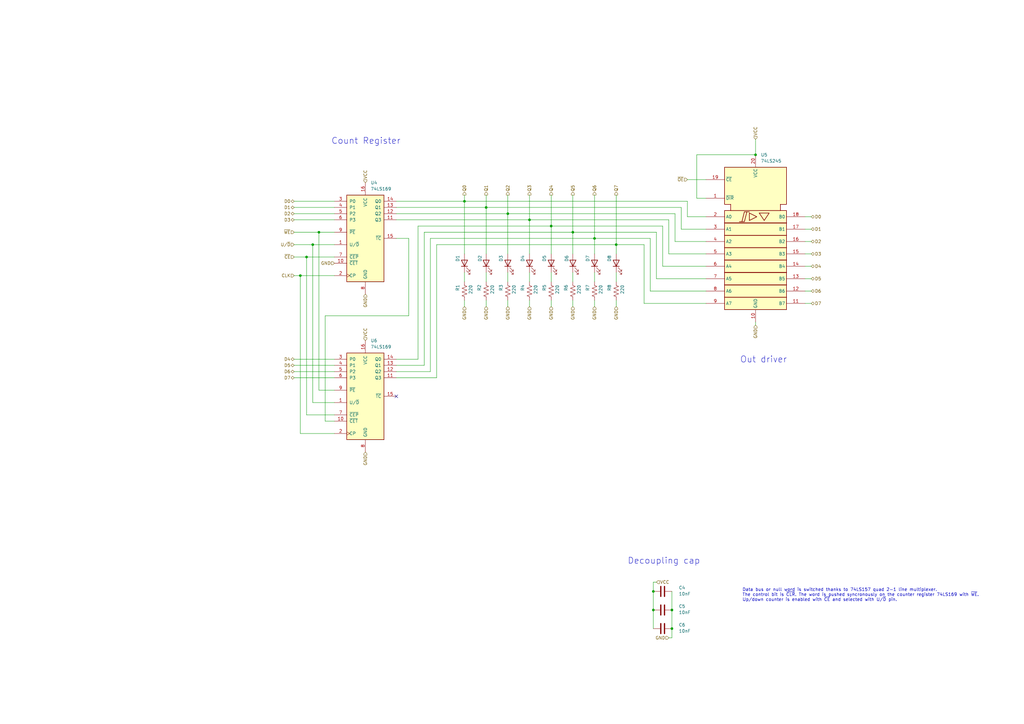
<source format=kicad_sch>
(kicad_sch (version 20250114) (generator "eeschema") (generator_version "9.0")
  (paper "A3")
  (title_block (title "Count Register") (date "2025-12-08") (rev "1.1") (company "Marco Vettigli"))
  (lib_symbols
    (symbol "74xx:74LS169" (pin_names (offset 1.016))
      (property "Reference" "U" (at -7.62 19.05 0))
      (property "Value" "74LS169" (at -7.62 -19.05 0))
      (symbol "74LS169_1_0"
        (pin input line (at -12.7 15.24 0) (length 5.08) (name "P0") (number "3"))
        (pin input line (at -12.7 12.7 0) (length 5.08) (name "P1") (number "4"))
        (pin input line (at -12.7 10.16 0) (length 5.08) (name "P2") (number "5"))
        (pin input line (at -12.7 7.62 0) (length 5.08) (name "P3") (number "6"))
        (pin input line (at -12.7 2.54 0) (length 5.08) (name "~{PE}") (number "9"))
        (pin input line (at -12.7 -2.54 0) (length 5.08) (name "U/~{D}") (number "1"))
        (pin input line (at -12.7 -7.62 0) (length 5.08) (name "~{CEP}") (number "7"))
        (pin input line (at -12.7 -10.16 0) (length 5.08) (name "~{CET}") (number "10"))
        (pin input clock (at -12.7 -15.24 0) (length 5.08) (name "CP") (number "2"))
        (pin power_in line (at 0 22.86 270) (length 5.08) (name "VCC") (number "16"))
        (pin power_in line (at 0 -22.86 90) (length 5.08) (name "GND") (number "8"))
        (pin output line (at 12.7 15.24 180) (length 5.08) (name "Q0") (number "14"))
        (pin output line (at 12.7 12.7 180) (length 5.08) (name "Q1") (number "13"))
        (pin output line (at 12.7 10.16 180) (length 5.08) (name "Q2") (number "12"))
        (pin output line (at 12.7 7.62 180) (length 5.08) (name "Q3") (number "11"))
        (pin output line (at 12.7 0 180) (length 5.08) (name "~{TC}") (number "15"))
      )
      (symbol "74LS169_1_1"
        (rectangle (start -7.62 17.78) (end 7.62 -17.78) (stroke (width 0.254)) (fill (type background)))
      )
    )
    (symbol "74xx_IEEE:74LS245"
      (property "Reference" "U" (at 15.24 25.4 0))
      (property "Value" "74LS245" (at 5.08 -30.48 0))
      (symbol "74LS245_0_0"
        (polyline (pts (xy -6.604 10.668) (xy -4.572 10.668) (xy -3.556 14.732) (xy -2.54 14.732) (xy -4.572 14.732) (xy -5.588 10.668) (xy -5.588 10.668)) (stroke (width 0.254)) (fill (type background)))
        (polyline (pts (xy -2.54 14.224) (xy -2.54 11.176) (xy 0.508 12.7) (xy -2.54 14.224) (xy -2.54 14.224)) (stroke (width 0.254)) (fill (type background)))
        (polyline (pts (xy 1.524 14.224) (xy 5.588 14.224) (xy 3.556 11.176) (xy 1.524 14.224) (xy 1.524 14.224)) (stroke (width 0.254)) (fill (type background)))
        (pin power_in line (at 0 38.1 270) (length 5.08) (name "VCC") (number "20"))
        (pin power_in line (at 0 -30.48 90) (length 5.08) (name "GND") (number "10"))
      )
      (symbol "74LS245_0_1"
        (rectangle (start -12.7 15.24) (end 12.7 10.16) (stroke (width 0.254)) (fill (type background)))
        (rectangle (start -12.7 10.16) (end 12.7 5.08) (stroke (width 0.254)) (fill (type background)))
        (rectangle (start -12.7 5.08) (end 12.7 0) (stroke (width 0.254)) (fill (type background)))
        (rectangle (start -12.7 0) (end 12.7 -5.08) (stroke (width 0.254)) (fill (type background)))
        (rectangle (start -12.7 -5.08) (end 12.7 -10.16) (stroke (width 0.254)) (fill (type background)))
        (rectangle (start -12.7 -10.16) (end 12.7 -15.24) (stroke (width 0.254)) (fill (type background)))
        (rectangle (start -12.7 -15.24) (end 12.7 -20.32) (stroke (width 0.254)) (fill (type background)))
        (rectangle (start -12.7 -20.32) (end 12.7 -25.4) (stroke (width 0.254)) (fill (type background)))
        (polyline (pts (xy -10.16 15.24) (xy -10.16 17.78) (xy -12.7 17.78) (xy -12.7 33.02) (xy 12.7 33.02) (xy 12.7 17.78) (xy 10.16 17.78) (xy 10.16 15.24) (xy 10.16 15.24)) (stroke (width 0.254)) (fill (type background)))
      )
      (symbol "74LS245_1_1"
        (pin input line (at -20.32 27.94 0) (length 7.62) (name "~{CE}") (number "19"))
        (pin input line (at -20.32 20.32 0) (length 7.62) (name "~{DIR}") (number "1"))
        (pin tri_state line (at -20.32 12.7 0) (length 7.62) (name "A0") (number "2"))
        (pin tri_state line (at -20.32 7.62 0) (length 7.62) (name "A1") (number "3"))
        (pin tri_state line (at -20.32 2.54 0) (length 7.62) (name "A2") (number "4"))
        (pin tri_state line (at -20.32 -2.54 0) (length 7.62) (name "A3") (number "5"))
        (pin tri_state line (at -20.32 -7.62 0) (length 7.62) (name "A4") (number "6"))
        (pin tri_state line (at -20.32 -12.7 0) (length 7.62) (name "A5") (number "7"))
        (pin tri_state line (at -20.32 -17.78 0) (length 7.62) (name "A6") (number "8"))
        (pin tri_state line (at -20.32 -22.86 0) (length 7.62) (name "A7") (number "9"))
        (pin tri_state line (at 20.32 12.7 180) (length 7.62) (name "B0") (number "18"))
        (pin tri_state line (at 20.32 7.62 180) (length 7.62) (name "B1") (number "17"))
        (pin tri_state line (at 20.32 2.54 180) (length 7.62) (name "B2") (number "16"))
        (pin tri_state line (at 20.32 -2.54 180) (length 7.62) (name "B3") (number "15"))
        (pin tri_state line (at 20.32 -7.62 180) (length 7.62) (name "B4") (number "14"))
        (pin tri_state line (at 20.32 -12.7 180) (length 7.62) (name "B5") (number "13"))
        (pin tri_state line (at 20.32 -17.78 180) (length 7.62) (name "B6") (number "12"))
        (pin tri_state line (at 20.32 -22.86 180) (length 7.62) (name "B7") (number "11"))
      )
    )
    (symbol "Device:C" (pin_numbers (hide yes)) (pin_names (offset 0.254))
      (property "Reference" "C" (at 0.635 2.54 0))
      (property "Value" "C" (at 0.635 -2.54 0))
      (symbol "C_0_1"
        (polyline (pts (xy -2.032 0.762) (xy 2.032 0.762)) (stroke (width 0.508)))
        (polyline (pts (xy -2.032 -0.762) (xy 2.032 -0.762)) (stroke (width 0.508)))
      )
      (symbol "C_1_1"
        (pin passive line (at 0 3.81 270) (length 2.794) (name "~") (number "1"))
        (pin passive line (at 0 -3.81 90) (length 2.794) (name "~") (number "2"))
      )
    )
    (symbol "Device:LED" (pin_numbers (hide yes)) (pin_names (offset 1.016) (hide yes))
      (property "Reference" "D" (at 0 2.54 0))
      (property "Value" "LED" (at 0 -2.54 0))
      (symbol "LED_0_1"
        (polyline (pts (xy -3.048 -0.762) (xy -4.572 -2.286) (xy -3.81 -2.286) (xy -4.572 -2.286) (xy -4.572 -1.524)))
        (polyline (pts (xy -1.778 -0.762) (xy -3.302 -2.286) (xy -2.54 -2.286) (xy -3.302 -2.286) (xy -3.302 -1.524)))
        (polyline (pts (xy -1.27 0) (xy 1.27 0)))
        (polyline (pts (xy -1.27 -1.27) (xy -1.27 1.27)) (stroke (width 0.254)))
        (polyline (pts (xy 1.27 -1.27) (xy 1.27 1.27) (xy -1.27 0) (xy 1.27 -1.27)) (stroke (width 0.254)))
      )
      (symbol "LED_1_1"
        (pin passive line (at -3.81 0 0) (length 2.54) (name "K") (number "1"))
        (pin passive line (at 3.81 0 180) (length 2.54) (name "A") (number "2"))
      )
    )
    (symbol "Device:R_US" (pin_numbers (hide yes)) (pin_names (offset 0))
      (property "Reference" "R" (at 2.54 0 90))
      (property "Value" "R_US" (at -2.54 0 90))
      (symbol "R_US_0_1"
        (polyline (pts (xy 0 2.286) (xy 0 2.54)))
        (polyline (pts (xy 0 2.286) (xy 1.016 1.905) (xy 0 1.524) (xy -1.016 1.143) (xy 0 0.762)))
        (polyline (pts (xy 0 0.762) (xy 1.016 0.381) (xy 0 0) (xy -1.016 -0.381) (xy 0 -0.762)))
        (polyline (pts (xy 0 -0.762) (xy 1.016 -1.143) (xy 0 -1.524) (xy -1.016 -1.905) (xy 0 -2.286)))
        (polyline (pts (xy 0 -2.286) (xy 0 -2.54)))
      )
      (symbol "R_US_1_1"
        (pin passive line (at 0 3.81 270) (length 1.27) (name "~") (number "1"))
        (pin passive line (at 0 -3.81 90) (length 1.27) (name "~") (number "2"))
      )
    )
  )
  (text "Decoupling cap" (at 272.288 230.124 0) (effects (font (size 2.54 2.54))))
  (text "Out driver" (at 313.182 147.574 0) (effects (font (size 2.54 2.54))))
  (text "Count Register" (at 150.114 57.912 0) (effects (font (size 2.54 2.54))))
  (text_box "Data bus or null word is switched thanks to 74LS157 quad 2-1 line multiplexer. \nThe control bit is ~{CLR}. The word is pushed syncronously on the counter register 74LS169 with ~{WE}.\nUp/down counter is enabled with ~{CE} and selected with U/~{D} pin." (at 303.53 240.03 0) (size 99.06 7.62) (margins 0.9525 0.9525 0.9525 0.9525) (stroke (width -0.0001)) (effects (font (size 1.27 1.27)) (justify left top)))
  (junction (at 128.27 100.33))
  (junction (at 275.59 257.81))
  (junction (at 252.73 100.33))
  (junction (at 190.5 82.55))
  (junction (at 275.59 250.19))
  (junction (at 130.81 95.25))
  (junction (at 199.39 85.09))
  (junction (at 234.95 95.25))
  (junction (at 226.06 92.71))
  (junction (at 208.28 87.63))
  (junction (at 243.84 97.79))
  (junction (at 125.73 105.41))
  (junction (at 123.19 113.03))
  (junction (at 267.97 242.57))
  (junction (at 267.97 250.19))
  (junction (at 309.88 63.5))
  (junction (at 217.17 90.17))
  (no_connect (at 162.56 162.56))
  (wire (pts (xy 133.35 172.72) (xy 137.16 172.72)))
  (wire (pts (xy 309.88 57.15) (xy 309.88 63.5)))
  (wire (pts (xy 275.59 250.19) (xy 275.59 257.81)))
  (wire (pts (xy 234.95 125.73) (xy 234.95 123.19)))
  (wire (pts (xy 281.94 73.66) (xy 289.56 73.66)))
  (wire (pts (xy 243.84 97.79) (xy 266.7 97.79)))
  (wire (pts (xy 226.06 80.01) (xy 226.06 92.71)))
  (wire (pts (xy 330.2 104.14) (xy 332.74 104.14)))
  (wire (pts (xy 120.65 105.41) (xy 125.73 105.41)))
  (wire (pts (xy 120.65 154.94) (xy 137.16 154.94)))
  (wire (pts (xy 330.2 93.98) (xy 332.74 93.98)))
  (wire (pts (xy 276.86 99.06) (xy 289.56 99.06)))
  (wire (pts (xy 125.73 105.41) (xy 125.73 170.18)))
  (wire (pts (xy 190.5 82.55) (xy 281.94 82.55)))
  (wire (pts (xy 120.65 85.09) (xy 137.16 85.09)))
  (wire (pts (xy 234.95 95.25) (xy 234.95 104.14)))
  (wire (pts (xy 234.95 95.25) (xy 269.24 95.25)))
  (wire (pts (xy 330.2 119.38) (xy 332.74 119.38)))
  (wire (pts (xy 226.06 92.71) (xy 271.78 92.71)))
  (wire (pts (xy 275.59 242.57) (xy 275.59 250.19)))
  (wire (pts (xy 243.84 115.57) (xy 243.84 111.76)))
  (wire (pts (xy 190.5 80.01) (xy 190.5 82.55)))
  (wire (pts (xy 162.56 82.55) (xy 190.5 82.55)))
  (wire (pts (xy 252.73 100.33) (xy 252.73 104.14)))
  (wire (pts (xy 275.59 257.81) (xy 275.59 261.62)))
  (wire (pts (xy 130.81 95.25) (xy 137.16 95.25)))
  (wire (pts (xy 128.27 100.33) (xy 137.16 100.33)))
  (wire (pts (xy 234.95 80.01) (xy 234.95 95.25)))
  (wire (pts (xy 123.19 113.03) (xy 123.19 177.8)))
  (wire (pts (xy 274.32 90.17) (xy 274.32 104.14)))
  (wire (pts (xy 190.5 115.57) (xy 190.5 111.76)))
  (wire (pts (xy 271.78 109.22) (xy 289.56 109.22)))
  (wire (pts (xy 269.24 95.25) (xy 269.24 114.3)))
  (wire (pts (xy 120.65 100.33) (xy 128.27 100.33)))
  (wire (pts (xy 271.78 92.71) (xy 271.78 109.22)))
  (wire (pts (xy 120.65 147.32) (xy 137.16 147.32)))
  (wire (pts (xy 120.65 95.25) (xy 130.81 95.25)))
  (wire (pts (xy 217.17 90.17) (xy 217.17 104.14)))
  (wire (pts (xy 128.27 100.33) (xy 128.27 165.1)))
  (wire (pts (xy 234.95 115.57) (xy 234.95 111.76)))
  (wire (pts (xy 190.5 125.73) (xy 190.5 123.19)))
  (wire (pts (xy 281.94 88.9) (xy 289.56 88.9)))
  (wire (pts (xy 162.56 97.79) (xy 167.64 97.79)))
  (wire (pts (xy 330.2 109.22) (xy 332.74 109.22)))
  (wire (pts (xy 176.53 152.4) (xy 176.53 97.79)))
  (wire (pts (xy 173.99 149.86) (xy 173.99 95.25)))
  (wire (pts (xy 130.81 160.02) (xy 130.81 95.25)))
  (wire (pts (xy 243.84 125.73) (xy 243.84 123.19)))
  (wire (pts (xy 120.65 87.63) (xy 137.16 87.63)))
  (wire (pts (xy 128.27 165.1) (xy 137.16 165.1)))
  (wire (pts (xy 208.28 115.57) (xy 208.28 111.76)))
  (wire (pts (xy 199.39 85.09) (xy 279.4 85.09)))
  (wire (pts (xy 120.65 90.17) (xy 137.16 90.17)))
  (wire (pts (xy 217.17 125.73) (xy 217.17 123.19)))
  (wire (pts (xy 330.2 124.46) (xy 332.74 124.46)))
  (wire (pts (xy 199.39 85.09) (xy 199.39 104.14)))
  (wire (pts (xy 162.56 90.17) (xy 217.17 90.17)))
  (wire (pts (xy 217.17 90.17) (xy 274.32 90.17)))
  (wire (pts (xy 208.28 87.63) (xy 208.28 104.14)))
  (wire (pts (xy 123.19 113.03) (xy 137.16 113.03)))
  (wire (pts (xy 162.56 85.09) (xy 199.39 85.09)))
  (wire (pts (xy 120.65 152.4) (xy 137.16 152.4)))
  (wire (pts (xy 217.17 115.57) (xy 217.17 111.76)))
  (wire (pts (xy 171.45 92.71) (xy 226.06 92.71)))
  (wire (pts (xy 120.65 113.03) (xy 123.19 113.03)))
  (wire (pts (xy 330.2 99.06) (xy 332.74 99.06)))
  (wire (pts (xy 217.17 80.01) (xy 217.17 90.17)))
  (wire (pts (xy 266.7 119.38) (xy 289.56 119.38)))
  (wire (pts (xy 269.24 238.76) (xy 267.97 238.76)))
  (wire (pts (xy 285.75 63.5) (xy 285.75 81.28)))
  (wire (pts (xy 279.4 93.98) (xy 289.56 93.98)))
  (wire (pts (xy 267.97 250.19) (xy 267.97 257.81)))
  (wire (pts (xy 264.16 124.46) (xy 289.56 124.46)))
  (wire (pts (xy 162.56 152.4) (xy 176.53 152.4)))
  (wire (pts (xy 208.28 87.63) (xy 276.86 87.63)))
  (wire (pts (xy 162.56 87.63) (xy 208.28 87.63)))
  (wire (pts (xy 309.88 132.08) (xy 309.88 133.35)))
  (wire (pts (xy 285.75 81.28) (xy 289.56 81.28)))
  (wire (pts (xy 120.65 82.55) (xy 137.16 82.55)))
  (wire (pts (xy 167.64 129.54) (xy 133.35 129.54)))
  (wire (pts (xy 243.84 97.79) (xy 243.84 104.14)))
  (wire (pts (xy 226.06 115.57) (xy 226.06 111.76)))
  (wire (pts (xy 281.94 82.55) (xy 281.94 88.9)))
  (wire (pts (xy 120.65 149.86) (xy 137.16 149.86)))
  (wire (pts (xy 252.73 80.01) (xy 252.73 100.33)))
  (wire (pts (xy 171.45 147.32) (xy 171.45 92.71)))
  (wire (pts (xy 226.06 92.71) (xy 226.06 104.14)))
  (wire (pts (xy 162.56 154.94) (xy 179.07 154.94)))
  (wire (pts (xy 309.88 63.5) (xy 285.75 63.5)))
  (wire (pts (xy 199.39 115.57) (xy 199.39 111.76)))
  (wire (pts (xy 123.19 177.8) (xy 137.16 177.8)))
  (wire (pts (xy 264.16 100.33) (xy 264.16 124.46)))
  (wire (pts (xy 274.32 104.14) (xy 289.56 104.14)))
  (wire (pts (xy 199.39 125.73) (xy 199.39 123.19)))
  (wire (pts (xy 173.99 95.25) (xy 234.95 95.25)))
  (wire (pts (xy 330.2 88.9) (xy 332.74 88.9)))
  (wire (pts (xy 137.16 160.02) (xy 130.81 160.02)))
  (wire (pts (xy 176.53 97.79) (xy 243.84 97.79)))
  (wire (pts (xy 162.56 147.32) (xy 171.45 147.32)))
  (wire (pts (xy 276.86 87.63) (xy 276.86 99.06)))
  (wire (pts (xy 330.2 114.3) (xy 332.74 114.3)))
  (wire (pts (xy 252.73 100.33) (xy 264.16 100.33)))
  (wire (pts (xy 125.73 170.18) (xy 137.16 170.18)))
  (wire (pts (xy 267.97 238.76) (xy 267.97 242.57)))
  (wire (pts (xy 274.32 261.62) (xy 275.59 261.62)))
  (wire (pts (xy 162.56 149.86) (xy 173.99 149.86)))
  (wire (pts (xy 279.4 85.09) (xy 279.4 93.98)))
  (wire (pts (xy 199.39 80.01) (xy 199.39 85.09)))
  (wire (pts (xy 266.7 97.79) (xy 266.7 119.38)))
  (wire (pts (xy 190.5 82.55) (xy 190.5 104.14)))
  (wire (pts (xy 125.73 105.41) (xy 137.16 105.41)))
  (wire (pts (xy 167.64 97.79) (xy 167.64 129.54)))
  (wire (pts (xy 243.84 80.01) (xy 243.84 97.79)))
  (wire (pts (xy 252.73 115.57) (xy 252.73 111.76)))
  (wire (pts (xy 179.07 100.33) (xy 252.73 100.33)))
  (wire (pts (xy 226.06 125.73) (xy 226.06 123.19)))
  (wire (pts (xy 267.97 242.57) (xy 267.97 250.19)))
  (wire (pts (xy 179.07 154.94) (xy 179.07 100.33)))
  (wire (pts (xy 252.73 125.73) (xy 252.73 123.19)))
  (wire (pts (xy 269.24 114.3) (xy 289.56 114.3)))
  (wire (pts (xy 208.28 125.73) (xy 208.28 123.19)))
  (wire (pts (xy 208.28 80.01) (xy 208.28 87.63)))
  (wire (pts (xy 133.35 129.54) (xy 133.35 172.72)))
  (hierarchical_label "GND" (shape input) (at 252.73 125.73 270))
  (hierarchical_label "D5" (shape tri_state) (at 120.65 149.86 180))
  (hierarchical_label "Q3" (shape output) (at 217.17 80.01 90))
  (hierarchical_label "D0" (shape tri_state) (at 120.65 82.55 180))
  (hierarchical_label "D4" (shape tri_state) (at 120.65 147.32 180))
  (hierarchical_label "GND" (shape input) (at 226.06 125.73 270))
  (hierarchical_label "~{OE}" (shape input) (at 281.94 73.66 180))
  (hierarchical_label "D3" (shape tri_state) (at 332.74 104.14 0))
  (hierarchical_label "~{CE}" (shape input) (at 120.65 105.41 180))
  (hierarchical_label "Q0" (shape output) (at 190.5 80.01 90))
  (hierarchical_label "GND" (shape input) (at 217.17 125.73 270))
  (hierarchical_label "VCC" (shape input) (at 269.24 238.76 0))
  (hierarchical_label "D1" (shape tri_state) (at 120.65 85.09 180))
  (hierarchical_label "D7" (shape tri_state) (at 332.74 124.46 0))
  (hierarchical_label "GND" (shape input) (at 243.84 125.73 270))
  (hierarchical_label "VCC" (shape input) (at 149.86 139.7 90))
  (hierarchical_label "Q7" (shape output) (at 252.73 80.01 90))
  (hierarchical_label "D2" (shape tri_state) (at 332.74 99.06 0))
  (hierarchical_label "Q1" (shape output) (at 199.39 80.01 90))
  (hierarchical_label "Q2" (shape output) (at 208.28 80.01 90))
  (hierarchical_label "D3" (shape tri_state) (at 120.65 90.17 180))
  (hierarchical_label "GND" (shape input) (at 137.16 107.95 180))
  (hierarchical_label "Q6" (shape output) (at 243.84 80.01 90))
  (hierarchical_label "VCC" (shape input) (at 309.88 57.15 90))
  (hierarchical_label "GND" (shape input) (at 309.88 133.35 270))
  (hierarchical_label "D0" (shape tri_state) (at 332.74 88.9 0))
  (hierarchical_label "Q5" (shape output) (at 234.95 80.01 90))
  (hierarchical_label "D7" (shape tri_state) (at 120.65 154.94 180))
  (hierarchical_label "GND" (shape input) (at 208.28 125.73 270))
  (hierarchical_label "U{slash}~{D}" (shape input) (at 120.65 100.33 180))
  (hierarchical_label "Q4" (shape output) (at 226.06 80.01 90))
  (hierarchical_label "GND" (shape input) (at 234.95 125.73 270))
  (hierarchical_label "GND" (shape input) (at 199.39 125.73 270))
  (hierarchical_label "VCC" (shape input) (at 149.86 74.93 90))
  (hierarchical_label "D5" (shape tri_state) (at 332.74 114.3 0))
  (hierarchical_label "CLK" (shape input) (at 120.65 113.03 180))
  (hierarchical_label "GND" (shape input) (at 149.86 185.42 270))
  (hierarchical_label "D4" (shape tri_state) (at 332.74 109.22 0))
  (hierarchical_label "~{WE}" (shape input) (at 120.65 95.25 180))
  (hierarchical_label "GND" (shape input) (at 274.32 261.62 180))
  (hierarchical_label "GND" (shape input) (at 149.86 120.65 270))
  (hierarchical_label "D1" (shape tri_state) (at 332.74 93.98 0))
  (hierarchical_label "D6" (shape tri_state) (at 120.65 152.4 180))
  (hierarchical_label "GND" (shape input) (at 190.5 125.73 270))
  (hierarchical_label "D2" (shape tri_state) (at 120.65 87.63 180))
  (hierarchical_label "D6" (shape tri_state) (at 332.74 119.38 0))
  (symbol (lib_id "Device:R_US") (at 199.39 119.38 0) (unit 1)
    (property "Reference" "R2" (at 196.596 119.38 90) (effects (justify left)))
    (property "Value" "220" (at 201.93 120.6499 90) (effects (justify left)))
    (property "Footprint" "Resistor_THT:R_Axial_DIN0207_L6.3mm_D2.5mm_P10.16mm_Horizontal" (effects (hide yes)))
    (property "Description" "Resistor, US symbol" (effects (hide yes)))
    (instances (project "" (path "" (reference "R2") (unit 1)) (path "" (reference "R10") (unit 1))))
  )
  (symbol (lib_id "Device:LED") (at 252.73 107.95 90) (unit 1)
    (property "Reference" "D8" (at 249.936 104.648 0) (effects (justify right)))
    (property "Value" "RED" (effects (hide yes)))
    (property "Footprint" "LED_THT:LED_D3.0mm" (effects (hide yes)))
    (property "Description" "Light emitting diode" (effects (hide yes)))
    (property "Sim.Pins" "1=K 2=A" (effects (hide yes)))
    (instances (project "" (path "" (reference "D8") (unit 1)) (path "" (reference "D16") (unit 1))))
  )
  (symbol (lib_id "Device:LED") (at 226.06 107.95 90) (unit 1)
    (property "Reference" "D5" (at 223.266 104.648 0) (effects (justify right)))
    (property "Value" "RED" (effects (hide yes)))
    (property "Footprint" "LED_THT:LED_D3.0mm" (effects (hide yes)))
    (property "Description" "Light emitting diode" (effects (hide yes)))
    (property "Sim.Pins" "1=K 2=A" (effects (hide yes)))
    (instances (project "" (path "" (reference "D5") (unit 1)) (path "" (reference "D13") (unit 1))))
  )
  (symbol (lib_id "Device:R_US") (at 190.5 119.38 0) (unit 1)
    (property "Reference" "R1" (at 187.706 119.38 90) (effects (justify left)))
    (property "Value" "220" (at 193.04 120.6499 90) (effects (justify left)))
    (property "Footprint" "Resistor_THT:R_Axial_DIN0207_L6.3mm_D2.5mm_P10.16mm_Horizontal" (effects (hide yes)))
    (property "Description" "Resistor, US symbol" (effects (hide yes)))
    (instances (project "" (path "" (reference "R1") (unit 1)) (path "" (reference "R9") (unit 1))))
  )
  (symbol (lib_id "Device:R_US") (at 217.17 119.38 0) (unit 1)
    (property "Reference" "R4" (at 214.376 119.38 90) (effects (justify left)))
    (property "Value" "220" (at 219.71 120.6499 90) (effects (justify left)))
    (property "Footprint" "Resistor_THT:R_Axial_DIN0207_L6.3mm_D2.5mm_P10.16mm_Horizontal" (effects (hide yes)))
    (property "Description" "Resistor, US symbol" (effects (hide yes)))
    (instances (project "" (path "" (reference "R4") (unit 1)) (path "" (reference "R12") (unit 1))))
  )
  (symbol (lib_id "Device:R_US") (at 234.95 119.38 0) (unit 1)
    (property "Reference" "R6" (at 232.156 119.38 90) (effects (justify left)))
    (property "Value" "220" (at 237.49 120.6499 90) (effects (justify left)))
    (property "Footprint" "Resistor_THT:R_Axial_DIN0207_L6.3mm_D2.5mm_P10.16mm_Horizontal" (effects (hide yes)))
    (property "Description" "Resistor, US symbol" (effects (hide yes)))
    (instances (project "" (path "" (reference "R6") (unit 1)) (path "" (reference "R14") (unit 1))))
  )
  (symbol (lib_id "Device:R_US") (at 243.84 119.38 0) (unit 1)
    (property "Reference" "R7" (at 241.046 119.38 90) (effects (justify left)))
    (property "Value" "220" (at 246.38 120.6499 90) (effects (justify left)))
    (property "Footprint" "Resistor_THT:R_Axial_DIN0207_L6.3mm_D2.5mm_P10.16mm_Horizontal" (effects (hide yes)))
    (property "Description" "Resistor, US symbol" (effects (hide yes)))
    (instances (project "" (path "" (reference "R7") (unit 1)) (path "" (reference "R15") (unit 1))))
  )
  (symbol (lib_id "Device:C") (at 271.78 242.57 90) (unit 1)
    (property "Reference" "C4" (at 278.384 241.046 90) (effects (justify right)))
    (property "Value" "10nF" (at 278.384 243.586 90) (effects (justify right)))
    (property "Footprint" "Capacitor_THT:C_Disc_D4.7mm_W2.5mm_P5.00mm" (effects (hide yes)))
    (property "Description" "Unpolarized capacitor" (effects (hide yes)))
    (instances (project "Count Registers" (path "" (reference "C4") (unit 1)) (path "" (reference "C7") (unit 1))))
  )
  (symbol (lib_id "Device:LED") (at 234.95 107.95 90) (unit 1)
    (property "Reference" "D6" (at 232.41 104.648 0) (effects (justify right)))
    (property "Value" "RED" (effects (hide yes)))
    (property "Footprint" "LED_THT:LED_D3.0mm" (effects (hide yes)))
    (property "Description" "Light emitting diode" (effects (hide yes)))
    (property "Sim.Pins" "1=K 2=A" (effects (hide yes)))
    (instances (project "" (path "" (reference "D6") (unit 1)) (path "" (reference "D14") (unit 1))))
  )
  (symbol (lib_id "Device:C") (at 271.78 257.81 90) (unit 1)
    (property "Reference" "C6" (at 278.384 256.286 90) (effects (justify right)))
    (property "Value" "10nF" (at 278.384 258.826 90) (effects (justify right)))
    (property "Footprint" "Capacitor_THT:C_Disc_D4.7mm_W2.5mm_P5.00mm" (effects (hide yes)))
    (property "Description" "Unpolarized capacitor" (effects (hide yes)))
    (instances (project "Count Registers" (path "" (reference "C6") (unit 1)) (path "" (reference "C9") (unit 1))))
  )
  (symbol (lib_id "Device:R_US") (at 226.06 119.38 0) (unit 1)
    (property "Reference" "R5" (at 223.266 119.38 90) (effects (justify left)))
    (property "Value" "220" (at 228.6 120.6499 90) (effects (justify left)))
    (property "Footprint" "Resistor_THT:R_Axial_DIN0207_L6.3mm_D2.5mm_P10.16mm_Horizontal" (effects (hide yes)))
    (property "Description" "Resistor, US symbol" (effects (hide yes)))
    (instances (project "" (path "" (reference "R5") (unit 1)) (path "" (reference "R13") (unit 1))))
  )
  (symbol (lib_id "74xx:74LS169") (at 149.86 97.79 0) (unit 1)
    (property "Reference" "U4" (at 152.0033 74.93 0) (effects (justify left)))
    (property "Value" "74LS169" (at 152.0033 77.47 0) (effects (justify left)))
    (property "Footprint" "Package_DIP:DIP-16_W7.62mm" (effects (hide yes)))
    (property "Datasheet" "http://www.ti.com/lit/gpn/sn74LS169" (effects (hide yes)))
    (property "Description" "Synchronous 4-bit Up/Down binary counter" (effects (hide yes)))
    (instances (project "" (path "" (reference "U4") (unit 1)) (path "" (reference "U7") (unit 1))))
  )
  (symbol (lib_id "Device:LED") (at 217.17 107.95 90) (unit 1)
    (property "Reference" "D4" (at 214.376 104.648 0) (effects (justify right)))
    (property "Value" "RED" (effects (hide yes)))
    (property "Footprint" "LED_THT:LED_D3.0mm" (effects (hide yes)))
    (property "Description" "Light emitting diode" (effects (hide yes)))
    (property "Sim.Pins" "1=K 2=A" (effects (hide yes)))
    (instances (project "" (path "" (reference "D4") (unit 1)) (path "" (reference "D12") (unit 1))))
  )
  (symbol (lib_id "Device:R_US") (at 252.73 119.38 0) (unit 1)
    (property "Reference" "R8" (at 249.936 119.38 90) (effects (justify left)))
    (property "Value" "220" (at 255.27 120.6499 90) (effects (justify left)))
    (property "Footprint" "Resistor_THT:R_Axial_DIN0207_L6.3mm_D2.5mm_P10.16mm_Horizontal" (effects (hide yes)))
    (property "Description" "Resistor, US symbol" (effects (hide yes)))
    (instances (project "" (path "" (reference "R8") (unit 1)) (path "" (reference "R16") (unit 1))))
  )
  (symbol (lib_id "74xx_IEEE:74LS245") (at 309.88 101.6 0) (unit 1)
    (property "Reference" "U5" (at 312.0233 63.5 0) (effects (justify left)))
    (property "Value" "74LS245" (at 312.0233 66.04 0) (effects (justify left)))
    (property "Footprint" "Package_DIP:DIP-20_W7.62mm" (effects (hide yes)))
    (instances (project "" (path "" (reference "U5") (unit 1)) (path "" (reference "U8") (unit 1))))
  )
  (symbol (lib_id "74xx:74LS169") (at 149.86 162.56 0) (unit 1)
    (property "Reference" "U6" (at 152.0033 139.7 0) (effects (justify left)))
    (property "Value" "74LS169" (at 152.0033 142.24 0) (effects (justify left)))
    (property "Footprint" "Package_DIP:DIP-16_W7.62mm" (effects (hide yes)))
    (property "Datasheet" "http://www.ti.com/lit/gpn/sn74LS169" (effects (hide yes)))
    (property "Description" "Synchronous 4-bit Up/Down binary counter" (effects (hide yes)))
    (instances (project "Count Registers" (path "" (reference "U6") (unit 1)) (path "" (reference "U9") (unit 1))))
  )
  (symbol (lib_id "Device:LED") (at 208.28 107.95 90) (unit 1)
    (property "Reference" "D3" (at 205.486 104.648 0) (effects (justify right)))
    (property "Value" "RED" (effects (hide yes)))
    (property "Footprint" "LED_THT:LED_D3.0mm" (effects (hide yes)))
    (property "Description" "Light emitting diode" (effects (hide yes)))
    (property "Sim.Pins" "1=K 2=A" (effects (hide yes)))
    (instances (project "" (path "" (reference "D3") (unit 1)) (path "" (reference "D11") (unit 1))))
  )
  (symbol (lib_id "Device:LED") (at 190.5 107.95 90) (unit 1)
    (property "Reference" "D1" (at 187.706 104.648 0) (effects (justify right)))
    (property "Value" "RED" (effects (hide yes)))
    (property "Footprint" "LED_THT:LED_D3.0mm" (effects (hide yes)))
    (property "Description" "Light emitting diode" (effects (hide yes)))
    (property "Sim.Pins" "1=K 2=A" (effects (hide yes)))
    (instances (project "" (path "" (reference "D1") (unit 1)) (path "" (reference "D9") (unit 1))))
  )
  (symbol (lib_id "Device:C") (at 271.78 250.19 90) (unit 1)
    (property "Reference" "C5" (at 278.384 248.666 90) (effects (justify right)))
    (property "Value" "10nF" (at 278.384 251.206 90) (effects (justify right)))
    (property "Footprint" "Capacitor_THT:C_Disc_D4.7mm_W2.5mm_P5.00mm" (effects (hide yes)))
    (property "Description" "Unpolarized capacitor" (effects (hide yes)))
    (instances (project "Count Registers" (path "" (reference "C5") (unit 1)) (path "" (reference "C8") (unit 1))))
  )
  (symbol (lib_id "Device:R_US") (at 208.28 119.38 0) (unit 1)
    (property "Reference" "R3" (at 205.486 119.38 90) (effects (justify left)))
    (property "Value" "220" (at 210.82 120.6499 90) (effects (justify left)))
    (property "Footprint" "Resistor_THT:R_Axial_DIN0207_L6.3mm_D2.5mm_P10.16mm_Horizontal" (effects (hide yes)))
    (property "Description" "Resistor, US symbol" (effects (hide yes)))
    (instances (project "" (path "" (reference "R3") (unit 1)) (path "" (reference "R11") (unit 1))))
  )
  (symbol (lib_id "Device:LED") (at 243.84 107.95 90) (unit 1)
    (property "Reference" "D7" (at 241.046 104.648 0) (effects (justify right)))
    (property "Value" "RED" (effects (hide yes)))
    (property "Footprint" "LED_THT:LED_D3.0mm" (effects (hide yes)))
    (property "Description" "Light emitting diode" (effects (hide yes)))
    (property "Sim.Pins" "1=K 2=A" (effects (hide yes)))
    (instances (project "" (path "" (reference "D7") (unit 1)) (path "" (reference "D15") (unit 1))))
  )
  (symbol (lib_id "Device:LED") (at 199.39 107.95 90) (unit 1)
    (property "Reference" "D2" (at 196.85 104.648 0) (effects (justify right)))
    (property "Value" "RED" (effects (hide yes)))
    (property "Footprint" "LED_THT:LED_D3.0mm" (effects (hide yes)))
    (property "Description" "Light emitting diode" (effects (hide yes)))
    (property "Sim.Pins" "1=K 2=A" (effects (hide yes)))
    (instances (project "" (path "" (reference "D2") (unit 1)) (path "" (reference "D10") (unit 1))))
  )
)
</source>
